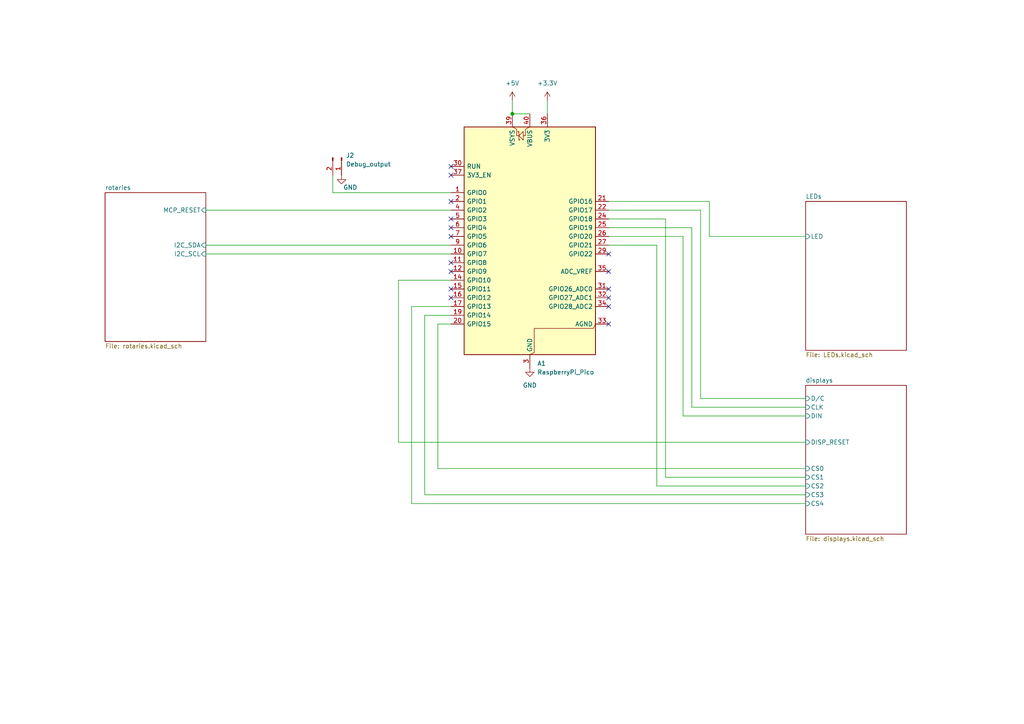
<source format=kicad_sch>
(kicad_sch (version 20250114) (generator "eeschema") (generator_version "9.0")
  (paper "A4")
  (title_block (title "VC 5") (date "2025-02-25") (rev "1.0") (comment 1 "Designed by Jan Eberhardt"))
  (lib_symbols
    (symbol "Connector:Conn_01x02_Pin" (pin_names (offset 1.016) (hide yes))
      (property "Reference" "J" (at 0 2.54 0))
      (property "Value" "Conn_01x02_Pin" (at 0 -5.08 0))
      (symbol "Conn_01x02_Pin_1_1"
        (rectangle (start 0.8636 0.127) (end 0 -0.127) (stroke (width 0.1524)) (fill (type outline)))
        (rectangle (start 0.8636 -2.413) (end 0 -2.667) (stroke (width 0.1524)) (fill (type outline)))
        (polyline (pts (xy 1.27 0) (xy 0.8636 0)) (stroke (width 0.1524)))
        (polyline (pts (xy 1.27 -2.54) (xy 0.8636 -2.54)) (stroke (width 0.1524)))
        (pin passive line (at 5.08 0 180) (length 3.81) (name "Pin_1") (number "1"))
        (pin passive line (at 5.08 -2.54 180) (length 3.81) (name "Pin_2") (number "2"))
      )
    )
    (symbol "MCU_Module:RaspberryPi_Pico" (pin_names (offset 0.762))
      (property "Reference" "A" (at -19.05 35.56 0))
      (property "Value" "RaspberryPi_Pico" (at 7.62 35.56 0))
      (symbol "RaspberryPi_Pico_0_1"
        (rectangle (start -19.05 34.29) (end 19.05 -31.75) (stroke (width 0.254)) (fill (type background)))
        (polyline (pts (xy -5.08 34.29) (xy -3.81 33.655) (xy -3.81 31.75) (xy -3.175 31.75)))
        (polyline (pts (xy -3.429 32.766) (xy -3.429 33.02) (xy -3.175 33.02) (xy -3.175 30.48) (xy -2.921 30.48) (xy -2.921 30.734)))
        (polyline (pts (xy -3.175 31.75) (xy -1.905 33.02) (xy -1.905 30.48) (xy -3.175 31.75)))
        (polyline (pts (xy 0 34.29) (xy -1.27 33.655) (xy -1.27 31.75) (xy -1.905 31.75)))
        (polyline (pts (xy 0 -31.75) (xy 1.27 -31.115) (xy 1.27 -24.13) (xy 18.415 -24.13) (xy 19.05 -22.86)))
      )
      (symbol "RaspberryPi_Pico_1_1"
        (pin passive line (at -22.86 22.86 0) (length 3.81) (name "RUN") (number "30"))
        (pin passive line (at -22.86 20.32 0) (length 3.81) (name "3V3_EN") (number "37"))
        (pin bidirectional line (at -22.86 15.24 0) (length 3.81) (name "GPIO0") (number "1"))
        (pin bidirectional line (at -22.86 12.7 0) (length 3.81) (name "GPIO1") (number "2"))
        (pin bidirectional line (at -22.86 10.16 0) (length 3.81) (name "GPIO2") (number "4"))
        (pin bidirectional line (at -22.86 7.62 0) (length 3.81) (name "GPIO3") (number "5"))
        (pin bidirectional line (at -22.86 5.08 0) (length 3.81) (name "GPIO4") (number "6"))
        (pin bidirectional line (at -22.86 2.54 0) (length 3.81) (name "GPIO5") (number "7"))
        (pin bidirectional line (at -22.86 0 0) (length 3.81) (name "GPIO6") (number "9"))
        (pin bidirectional line (at -22.86 -2.54 0) (length 3.81) (name "GPIO7") (number "10"))
        (pin bidirectional line (at -22.86 -5.08 0) (length 3.81) (name "GPIO8") (number "11"))
        (pin bidirectional line (at -22.86 -7.62 0) (length 3.81) (name "GPIO9") (number "12"))
        (pin bidirectional line (at -22.86 -10.16 0) (length 3.81) (name "GPIO10") (number "14"))
        (pin bidirectional line (at -22.86 -12.7 0) (length 3.81) (name "GPIO11") (number "15"))
        (pin bidirectional line (at -22.86 -15.24 0) (length 3.81) (name "GPIO12") (number "16"))
        (pin bidirectional line (at -22.86 -17.78 0) (length 3.81) (name "GPIO13") (number "17"))
        (pin bidirectional line (at -22.86 -20.32 0) (length 3.81) (name "GPIO14") (number "19"))
        (pin bidirectional line (at -22.86 -22.86 0) (length 3.81) (name "GPIO15") (number "20"))
        (pin power_in line (at -5.08 38.1 270) (length 3.81) (name "VSYS") (number "39"))
        (pin power_out line (at 0 38.1 270) (length 3.81) (name "VBUS") (number "40"))
        (pin passive line (at 0 -35.56 90) (length 3.81) (hide yes) (name "GND") (number "13"))
        (pin passive line (at 0 -35.56 90) (length 3.81) (hide yes) (name "GND") (number "18"))
        (pin passive line (at 0 -35.56 90) (length 3.81) (hide yes) (name "GND") (number "23"))
        (pin passive line (at 0 -35.56 90) (length 3.81) (hide yes) (name "GND") (number "28"))
        (pin power_out line (at 0 -35.56 90) (length 3.81) (name "GND") (number "3"))
        (pin passive line (at 0 -35.56 90) (length 3.81) (hide yes) (name "GND") (number "38"))
        (pin passive line (at 0 -35.56 90) (length 3.81) (hide yes) (name "GND") (number "8"))
        (pin power_out line (at 5.08 38.1 270) (length 3.81) (name "3V3") (number "36"))
        (pin bidirectional line (at 22.86 12.7 180) (length 3.81) (name "GPIO16") (number "21"))
        (pin bidirectional line (at 22.86 10.16 180) (length 3.81) (name "GPIO17") (number "22"))
        (pin bidirectional line (at 22.86 7.62 180) (length 3.81) (name "GPIO18") (number "24"))
        (pin bidirectional line (at 22.86 5.08 180) (length 3.81) (name "GPIO19") (number "25"))
        (pin bidirectional line (at 22.86 2.54 180) (length 3.81) (name "GPIO20") (number "26"))
        (pin bidirectional line (at 22.86 0 180) (length 3.81) (name "GPIO21") (number "27"))
        (pin bidirectional line (at 22.86 -2.54 180) (length 3.81) (name "GPIO22") (number "29"))
        (pin power_in line (at 22.86 -7.62 180) (length 3.81) (name "ADC_VREF") (number "35"))
        (pin bidirectional line (at 22.86 -12.7 180) (length 3.81) (name "GPIO26_ADC0") (number "31"))
        (pin bidirectional line (at 22.86 -15.24 180) (length 3.81) (name "GPIO27_ADC1") (number "32"))
        (pin bidirectional line (at 22.86 -17.78 180) (length 3.81) (name "GPIO28_ADC2") (number "34"))
        (pin power_out line (at 22.86 -22.86 180) (length 3.81) (name "AGND") (number "33"))
      )
    )
    (symbol "power:+3.3V" (power) (pin_numbers (hide yes)) (pin_names (offset 0) (hide yes))
      (property "Value" "+3.3V" (at 0 3.556 0))
      (symbol "+3.3V_0_1"
        (polyline (pts (xy -0.762 1.27) (xy 0 2.54)))
        (polyline (pts (xy 0 2.54) (xy 0.762 1.27)))
        (polyline (pts (xy 0 0) (xy 0 2.54)))
      )
      (symbol "+3.3V_1_1"
        (pin power_in line (at 0 0 90) (length 0) (name "~") (number "1"))
      )
    )
    (symbol "power:+5V" (power) (pin_numbers (hide yes)) (pin_names (offset 0) (hide yes))
      (property "Value" "+5V" (at 0 3.556 0))
      (symbol "+5V_0_1"
        (polyline (pts (xy -0.762 1.27) (xy 0 2.54)))
        (polyline (pts (xy 0 2.54) (xy 0.762 1.27)))
        (polyline (pts (xy 0 0) (xy 0 2.54)))
      )
      (symbol "+5V_1_1"
        (pin power_in line (at 0 0 90) (length 0) (name "~") (number "1"))
      )
    )
    (symbol "power:GND" (power) (pin_numbers (hide yes)) (pin_names (offset 0) (hide yes))
      (property "Value" "GND" (at 0 -3.81 0))
      (symbol "GND_0_1"
        (polyline (pts (xy 0 0) (xy 0 -1.27) (xy 1.27 -1.27) (xy 0 -2.54) (xy -1.27 -1.27) (xy 0 -1.27)))
      )
      (symbol "GND_1_1"
        (pin power_in line (at 0 0 270) (length 0) (name "~") (number "1"))
      )
    )
  )
  (junction (at 148.59 33.02))
  (no_connect (at 176.53 78.74))
  (no_connect (at 176.53 83.82))
  (no_connect (at 130.81 58.42))
  (no_connect (at 130.81 63.5))
  (no_connect (at 130.81 68.58))
  (no_connect (at 176.53 73.66))
  (no_connect (at 130.81 83.82))
  (no_connect (at 130.81 86.36))
  (no_connect (at 176.53 86.36))
  (no_connect (at 130.81 48.26))
  (no_connect (at 130.81 66.04))
  (no_connect (at 130.81 76.2))
  (no_connect (at 130.81 50.8))
  (no_connect (at 176.53 88.9))
  (no_connect (at 130.81 78.74))
  (no_connect (at 176.53 93.98))
  (wire (pts (xy 176.53 71.12) (xy 190.5 71.12)))
  (wire (pts (xy 203.2 115.57) (xy 203.2 60.96)))
  (wire (pts (xy 96.52 55.88) (xy 130.81 55.88)))
  (wire (pts (xy 190.5 140.97) (xy 233.68 140.97)))
  (wire (pts (xy 59.69 73.66) (xy 130.81 73.66)))
  (wire (pts (xy 193.04 138.43) (xy 233.68 138.43)))
  (wire (pts (xy 115.57 128.27) (xy 115.57 81.28)))
  (wire (pts (xy 119.38 146.05) (xy 233.68 146.05)))
  (wire (pts (xy 119.38 88.9) (xy 130.81 88.9)))
  (wire (pts (xy 127 93.98) (xy 127 135.89)))
  (wire (pts (xy 200.66 118.11) (xy 200.66 66.04)))
  (wire (pts (xy 158.75 29.21) (xy 158.75 33.02)))
  (wire (pts (xy 193.04 63.5) (xy 193.04 138.43)))
  (wire (pts (xy 198.12 120.65) (xy 198.12 68.58)))
  (wire (pts (xy 127 135.89) (xy 233.68 135.89)))
  (wire (pts (xy 123.19 91.44) (xy 130.81 91.44)))
  (wire (pts (xy 176.53 66.04) (xy 200.66 66.04)))
  (wire (pts (xy 200.66 118.11) (xy 233.68 118.11)))
  (wire (pts (xy 203.2 115.57) (xy 233.68 115.57)))
  (wire (pts (xy 115.57 81.28) (xy 130.81 81.28)))
  (wire (pts (xy 123.19 143.51) (xy 123.19 91.44)))
  (wire (pts (xy 123.19 143.51) (xy 233.68 143.51)))
  (wire (pts (xy 205.74 58.42) (xy 176.53 58.42)))
  (wire (pts (xy 119.38 146.05) (xy 119.38 88.9)))
  (wire (pts (xy 130.81 93.98) (xy 127 93.98)))
  (wire (pts (xy 115.57 128.27) (xy 233.68 128.27)))
  (wire (pts (xy 176.53 63.5) (xy 193.04 63.5)))
  (wire (pts (xy 59.69 71.12) (xy 130.81 71.12)))
  (wire (pts (xy 233.68 68.58) (xy 205.74 68.58)))
  (wire (pts (xy 148.59 33.02) (xy 153.67 33.02)))
  (wire (pts (xy 59.69 60.96) (xy 130.81 60.96)))
  (wire (pts (xy 176.53 68.58) (xy 198.12 68.58)))
  (wire (pts (xy 205.74 68.58) (xy 205.74 58.42)))
  (wire (pts (xy 190.5 71.12) (xy 190.5 140.97)))
  (wire (pts (xy 96.52 50.8) (xy 96.52 55.88)))
  (wire (pts (xy 198.12 120.65) (xy 233.68 120.65)))
  (wire (pts (xy 176.53 60.96) (xy 203.2 60.96)))
  (wire (pts (xy 148.59 29.21) (xy 148.59 33.02)))
  (symbol (lib_id "power:GND") (at 99.06 50.8 0) (unit 1)
    (property "Reference" "#PWR01" (effects (hide yes)))
    (property "Value" "GND" (at 101.6 54.356 0))
    (property "Description" "Power symbol creates a global label with name \"GND\" , ground" (effects (hide yes)))
  )
  (symbol (lib_id "power:+3.3V") (at 158.75 29.21 0) (unit 1)
    (property "Reference" "#PWR04" (effects (hide yes)))
    (property "Value" "+3.3V" (at 158.75 24.13 0))
    (property "Description" "Power symbol creates a global label with name \"+3.3V\"" (effects (hide yes)))
  )
  (symbol (lib_id "MCU_Module:RaspberryPi_Pico") (at 153.67 71.12 0) (unit 1)
    (property "Reference" "A1" (at 155.8133 105.41 0) (effects (justify left)))
    (property "Value" "RaspberryPi_Pico" (at 155.8133 107.95 0) (effects (justify left)))
    (property "Footprint" "VC5_footprint_library:RaspberryPi_Pico_Common_THT_custom" (effects (hide yes)))
    (property "Datasheet" "https://datasheets.raspberrypi.com/pico/pico-datasheet.pdf" (effects (hide yes)))
    (property "Description" "Versatile and inexpensive microcontroller module powered by RP2040 dual-core Arm Cortex-M0+ processor up to 133 MHz, 264kB SRAM, 2MB QSPI flash; also supports Raspberry Pi Pico 2" (effects (hide yes)))
  )
  (symbol (lib_id "power:GND") (at 153.67 106.68 0) (unit 1)
    (property "Reference" "#PWR03" (effects (hide yes)))
    (property "Value" "GND" (at 153.67 111.76 0))
    (property "Description" "Power symbol creates a global label with name \"GND\" , ground" (effects (hide yes)))
  )
  (symbol (lib_id "power:+5V") (at 148.59 29.21 0) (unit 1)
    (property "Reference" "#PWR02" (effects (hide yes)))
    (property "Value" "+5V" (at 148.59 24.13 0))
    (property "Description" "Power symbol creates a global label with name \"+5V\"" (effects (hide yes)))
  )
  (symbol (lib_id "Connector:Conn_01x02_Pin") (at 99.06 45.72 270) (unit 1)
    (property "Reference" "J2" (at 100.33 45.0849 90) (effects (justify left)))
    (property "Value" "Debug_output" (at 100.33 47.6249 90) (effects (justify left)))
    (property "Footprint" "Connector_PinHeader_2.54mm:PinHeader_1x02_P2.54mm_Vertical" (effects (hide yes)))
    (property "Description" "Generic connector, single row, 01x02, script generated" (effects (hide yes)))
  )
  (sheet (at 233.68 111.76) (size 29.21 43.18) (stroke (width 0.1524))
    (property "Sheetname" "displays" (at 233.68 111.0484 0) (effects (justify left bottom)))
    (property "Sheetfile" "displays.kicad_sch" (at 233.68 155.5246 0) (effects (justify left top)))
    (pin "CLK" input (at 233.68 118.11 180))
    (pin "CS0" input (at 233.68 135.89 180))
    (pin "CS1" input (at 233.68 138.43 180))
    (pin "CS2" input (at 233.68 140.97 180))
    (pin "CS3" input (at 233.68 143.51 180))
    (pin "CS4" input (at 233.68 146.05 180))
    (pin "DIN" input (at 233.68 120.65 180))
    (pin "DISP_RESET" input (at 233.68 128.27 180))
    (pin "D{slash}C" input (at 233.68 115.57 180))
  )
  (sheet (at 233.68 58.42) (size 29.21 43.18) (stroke (width 0.1524))
    (property "Sheetname" "LEDs" (at 233.68 57.7084 0) (effects (justify left bottom)))
    (property "Sheetfile" "LEDs.kicad_sch" (at 233.68 102.1846 0) (effects (justify left top)))
    (pin "LED" input (at 233.68 68.58 180))
  )
  (sheet (at 30.48 55.88) (size 29.21 43.18) (stroke (width 0.1524))
    (property "Sheetname" "rotaries" (at 30.48 55.1684 0) (effects (justify left bottom)))
    (property "Sheetfile" "rotaries.kicad_sch" (at 30.48 99.6446 0) (effects (justify left top)))
    (pin "I2C_SCL" input (at 59.69 73.66 0))
    (pin "I2C_SDA" input (at 59.69 71.12 0))
    (pin "MCP_RESET" input (at 59.69 60.96 0))
  )
)
</source>
